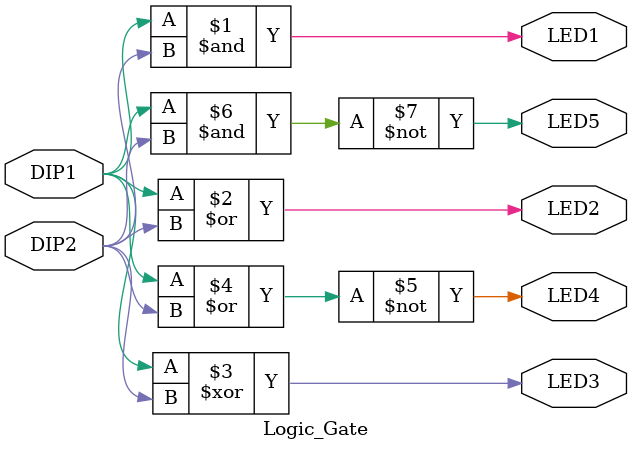
<source format=v>
`timescale 1ns / 1ps


module Logic_Gate(DIP1, DIP2, LED1, LED2, LED3, LED4, LED5);
    input DIP1, DIP2;
    output LED1, LED2, LED3, LED4, LED5;
    
    assign LED1 = DIP1 &  DIP2; //AND
    assign LED2 = DIP1 |  DIP2; //OR
    assign LED3 = DIP1 ^  DIP2; //XOR
    assign LED4 = ~(DIP1 | DIP2); //NOR
    assign LED5 = ~(DIP1 & DIP2); //NAND
    
endmodule

</source>
